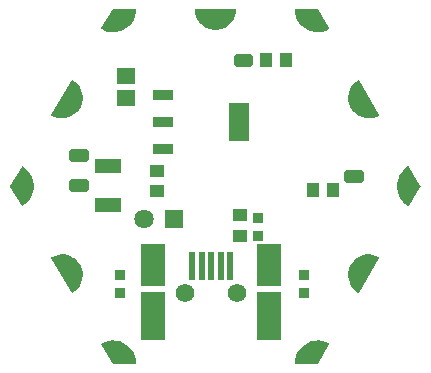
<source format=gbr>
G04 EAGLE Gerber RS-274X export*
G75*
%MOMM*%
%FSLAX34Y34*%
%LPD*%
%INSoldermask Top*%
%IPPOS*%
%AMOC8*
5,1,8,0,0,1.08239X$1,22.5*%
G01*
%ADD10R,0.901600X0.901600*%
%ADD11R,1.101600X1.201600*%
%ADD12R,1.201600X1.101600*%
%ADD13C,0.605878*%
%ADD14C,1.101600*%
%ADD15R,0.601600X2.351600*%
%ADD16C,1.559600*%
%ADD17R,2.151600X4.101600*%
%ADD18R,2.151600X3.601600*%
%ADD19R,1.601600X1.401600*%
%ADD20R,2.301600X1.201600*%
%ADD21R,1.631600X1.631600*%
%ADD22C,1.631600*%
%ADD23R,1.701800X0.939800*%
%ADD24R,1.701800X3.200400*%

G36*
X347640Y478768D02*
X347640Y478768D01*
X347688Y478768D01*
X350457Y479230D01*
X350490Y479242D01*
X350537Y479250D01*
X353193Y480162D01*
X353223Y480179D01*
X353268Y480195D01*
X355738Y481531D01*
X355764Y481553D01*
X355807Y481576D01*
X358022Y483301D01*
X358045Y483327D01*
X358083Y483357D01*
X359985Y485422D01*
X360003Y485452D01*
X360035Y485487D01*
X361571Y487838D01*
X361584Y487870D01*
X361610Y487910D01*
X362738Y490482D01*
X362745Y490515D01*
X362765Y490560D01*
X363454Y493281D01*
X363456Y493316D01*
X363468Y493363D01*
X363700Y496161D01*
X363696Y496190D01*
X363701Y496219D01*
X363685Y496288D01*
X363676Y496358D01*
X363662Y496384D01*
X363655Y496412D01*
X363613Y496469D01*
X363578Y496531D01*
X363554Y496549D01*
X363537Y496572D01*
X363476Y496608D01*
X363419Y496651D01*
X363391Y496659D01*
X363366Y496674D01*
X363268Y496690D01*
X363227Y496701D01*
X363216Y496699D01*
X363202Y496701D01*
X329202Y496701D01*
X329173Y496695D01*
X329144Y496698D01*
X329077Y496676D01*
X329007Y496662D01*
X328983Y496645D01*
X328955Y496636D01*
X328902Y496589D01*
X328843Y496549D01*
X328828Y496525D01*
X328806Y496505D01*
X328774Y496441D01*
X328736Y496382D01*
X328731Y496353D01*
X328719Y496327D01*
X328710Y496227D01*
X328703Y496185D01*
X328706Y496175D01*
X328704Y496161D01*
X328936Y493363D01*
X328946Y493329D01*
X328950Y493281D01*
X329639Y490560D01*
X329654Y490528D01*
X329666Y490482D01*
X330794Y487910D01*
X330814Y487882D01*
X330833Y487838D01*
X332369Y485487D01*
X332393Y485463D01*
X332419Y485422D01*
X334321Y483357D01*
X334349Y483336D01*
X334382Y483301D01*
X336597Y481576D01*
X336628Y481561D01*
X336666Y481531D01*
X339136Y480195D01*
X339169Y480185D01*
X339211Y480162D01*
X341867Y479250D01*
X341901Y479246D01*
X341947Y479230D01*
X344716Y478768D01*
X344751Y478769D01*
X344798Y478761D01*
X347606Y478761D01*
X347640Y478768D01*
G37*
G36*
X224809Y256012D02*
X224809Y256012D01*
X224880Y256009D01*
X224907Y256019D01*
X224936Y256021D01*
X225026Y256063D01*
X225066Y256078D01*
X225074Y256086D01*
X225087Y256092D01*
X227390Y257691D01*
X227414Y257717D01*
X227454Y257744D01*
X229463Y259701D01*
X229482Y259730D01*
X229517Y259763D01*
X231176Y262024D01*
X231191Y262055D01*
X231220Y262094D01*
X232484Y264597D01*
X232493Y264631D01*
X232515Y264674D01*
X233351Y267351D01*
X233354Y267385D01*
X233369Y267431D01*
X233752Y270210D01*
X233750Y270244D01*
X233756Y270292D01*
X233677Y273095D01*
X233669Y273129D01*
X233668Y273177D01*
X233129Y275929D01*
X233115Y275961D01*
X233106Y276009D01*
X232121Y278634D01*
X232106Y278659D01*
X232101Y278679D01*
X232093Y278690D01*
X232086Y278709D01*
X230682Y281137D01*
X230659Y281163D01*
X230635Y281205D01*
X228851Y283368D01*
X228824Y283390D01*
X228793Y283427D01*
X226677Y285268D01*
X226647Y285285D01*
X226611Y285317D01*
X224220Y286784D01*
X224188Y286795D01*
X224147Y286821D01*
X221548Y287874D01*
X221514Y287881D01*
X221469Y287899D01*
X218732Y288510D01*
X218697Y288511D01*
X218650Y288522D01*
X215850Y288674D01*
X215816Y288669D01*
X215768Y288672D01*
X212980Y288362D01*
X212947Y288351D01*
X212899Y288346D01*
X210201Y287581D01*
X210171Y287565D01*
X210124Y287552D01*
X207589Y286353D01*
X207565Y286336D01*
X207538Y286326D01*
X207486Y286277D01*
X207429Y286234D01*
X207415Y286209D01*
X207394Y286189D01*
X207365Y286124D01*
X207329Y286063D01*
X207326Y286034D01*
X207314Y286007D01*
X207313Y285936D01*
X207304Y285865D01*
X207312Y285837D01*
X207312Y285808D01*
X207346Y285715D01*
X207358Y285674D01*
X207365Y285665D01*
X207370Y285652D01*
X224370Y256252D01*
X224389Y256230D01*
X224402Y256204D01*
X224455Y256156D01*
X224502Y256103D01*
X224528Y256091D01*
X224550Y256071D01*
X224617Y256048D01*
X224681Y256018D01*
X224710Y256016D01*
X224738Y256007D01*
X224809Y256012D01*
G37*
G36*
X476588Y403735D02*
X476588Y403735D01*
X476636Y403732D01*
X479424Y404042D01*
X479457Y404053D01*
X479505Y404058D01*
X482203Y404823D01*
X482233Y404839D01*
X482280Y404852D01*
X484815Y406051D01*
X484839Y406068D01*
X484866Y406078D01*
X484918Y406127D01*
X484975Y406170D01*
X484989Y406195D01*
X485011Y406215D01*
X485039Y406280D01*
X485075Y406342D01*
X485078Y406370D01*
X485090Y406397D01*
X485091Y406468D01*
X485100Y406539D01*
X485092Y406567D01*
X485092Y406596D01*
X485058Y406689D01*
X485046Y406730D01*
X485039Y406739D01*
X485034Y406752D01*
X468034Y436152D01*
X468015Y436174D01*
X468002Y436200D01*
X467949Y436248D01*
X467902Y436301D01*
X467876Y436313D01*
X467854Y436333D01*
X467787Y436356D01*
X467723Y436386D01*
X467694Y436388D01*
X467666Y436397D01*
X467595Y436392D01*
X467524Y436395D01*
X467497Y436385D01*
X467468Y436383D01*
X467378Y436341D01*
X467338Y436326D01*
X467330Y436318D01*
X467317Y436312D01*
X465014Y434713D01*
X464990Y434688D01*
X464950Y434660D01*
X462941Y432703D01*
X462922Y432674D01*
X462887Y432641D01*
X461228Y430380D01*
X461213Y430349D01*
X461184Y430310D01*
X459920Y427807D01*
X459911Y427773D01*
X459889Y427730D01*
X459053Y425053D01*
X459050Y425019D01*
X459035Y424973D01*
X458652Y422194D01*
X458654Y422160D01*
X458648Y422112D01*
X458727Y419309D01*
X458735Y419275D01*
X458736Y419227D01*
X459275Y416475D01*
X459289Y416443D01*
X459298Y416395D01*
X460283Y413770D01*
X460301Y413740D01*
X460318Y413695D01*
X461722Y411267D01*
X461745Y411241D01*
X461769Y411200D01*
X463553Y409036D01*
X463580Y409014D01*
X463611Y408977D01*
X465727Y407136D01*
X465757Y407119D01*
X465793Y407088D01*
X468184Y405620D01*
X468216Y405609D01*
X468257Y405583D01*
X470856Y404530D01*
X470890Y404523D01*
X470935Y404505D01*
X473672Y403894D01*
X473707Y403893D01*
X473754Y403882D01*
X476554Y403730D01*
X476588Y403735D01*
G37*
G36*
X467628Y256013D02*
X467628Y256013D01*
X467699Y256012D01*
X467726Y256023D01*
X467755Y256027D01*
X467817Y256061D01*
X467882Y256089D01*
X467903Y256110D01*
X467928Y256124D01*
X467991Y256200D01*
X468021Y256231D01*
X468025Y256241D01*
X468034Y256252D01*
X485034Y285652D01*
X485043Y285680D01*
X485060Y285704D01*
X485075Y285773D01*
X485097Y285841D01*
X485095Y285870D01*
X485101Y285898D01*
X485088Y285968D01*
X485082Y286039D01*
X485069Y286065D01*
X485063Y286093D01*
X485023Y286152D01*
X484991Y286215D01*
X484968Y286234D01*
X484952Y286258D01*
X484870Y286315D01*
X484837Y286342D01*
X484827Y286345D01*
X484815Y286353D01*
X482280Y287552D01*
X482246Y287560D01*
X482203Y287581D01*
X479505Y288346D01*
X479470Y288348D01*
X479424Y288362D01*
X476636Y288672D01*
X476602Y288669D01*
X476554Y288674D01*
X473754Y288522D01*
X473720Y288513D01*
X473672Y288510D01*
X470935Y287899D01*
X470903Y287885D01*
X470856Y287874D01*
X468257Y286821D01*
X468228Y286802D01*
X468184Y286784D01*
X465793Y285317D01*
X465768Y285293D01*
X465727Y285268D01*
X463611Y283427D01*
X463590Y283400D01*
X463553Y283368D01*
X461769Y281205D01*
X461753Y281174D01*
X461722Y281137D01*
X460318Y278709D01*
X460307Y278676D01*
X460300Y278663D01*
X460290Y278649D01*
X460290Y278646D01*
X460283Y278634D01*
X459298Y276009D01*
X459292Y275974D01*
X459275Y275929D01*
X458736Y273177D01*
X458736Y273143D01*
X458727Y273095D01*
X458648Y270292D01*
X458654Y270258D01*
X458652Y270210D01*
X459035Y267431D01*
X459047Y267399D01*
X459053Y267351D01*
X459889Y264674D01*
X459906Y264643D01*
X459920Y264597D01*
X461184Y262094D01*
X461206Y262067D01*
X461228Y262024D01*
X462887Y259763D01*
X462913Y259740D01*
X462941Y259701D01*
X464950Y257744D01*
X464979Y257725D01*
X465014Y257691D01*
X467317Y256092D01*
X467344Y256080D01*
X467367Y256062D01*
X467435Y256041D01*
X467500Y256013D01*
X467529Y256013D01*
X467557Y256005D01*
X467628Y256013D01*
G37*
G36*
X218650Y403882D02*
X218650Y403882D01*
X218684Y403891D01*
X218732Y403894D01*
X221469Y404505D01*
X221501Y404519D01*
X221548Y404530D01*
X224147Y405583D01*
X224176Y405602D01*
X224220Y405620D01*
X226611Y407088D01*
X226636Y407111D01*
X226677Y407136D01*
X228793Y408977D01*
X228814Y409004D01*
X228851Y409036D01*
X230635Y411200D01*
X230651Y411230D01*
X230682Y411267D01*
X232086Y413695D01*
X232097Y413728D01*
X232121Y413770D01*
X233106Y416395D01*
X233112Y416430D01*
X233129Y416475D01*
X233668Y419227D01*
X233668Y419262D01*
X233677Y419309D01*
X233756Y422112D01*
X233751Y422146D01*
X233752Y422194D01*
X233369Y424973D01*
X233357Y425005D01*
X233351Y425053D01*
X232515Y427730D01*
X232498Y427761D01*
X232484Y427807D01*
X231220Y430310D01*
X231198Y430337D01*
X231176Y430380D01*
X229517Y432641D01*
X229491Y432664D01*
X229463Y432703D01*
X227454Y434660D01*
X227425Y434679D01*
X227390Y434713D01*
X225087Y436312D01*
X225060Y436324D01*
X225037Y436342D01*
X224969Y436363D01*
X224904Y436391D01*
X224875Y436391D01*
X224847Y436399D01*
X224776Y436391D01*
X224705Y436392D01*
X224678Y436381D01*
X224649Y436377D01*
X224587Y436343D01*
X224522Y436315D01*
X224501Y436294D01*
X224476Y436280D01*
X224413Y436204D01*
X224383Y436173D01*
X224379Y436163D01*
X224370Y436152D01*
X207370Y406752D01*
X207361Y406724D01*
X207344Y406700D01*
X207329Y406631D01*
X207307Y406563D01*
X207309Y406534D01*
X207303Y406506D01*
X207316Y406436D01*
X207322Y406365D01*
X207335Y406339D01*
X207341Y406311D01*
X207381Y406252D01*
X207413Y406189D01*
X207436Y406170D01*
X207452Y406146D01*
X207534Y406089D01*
X207567Y406062D01*
X207577Y406059D01*
X207589Y406051D01*
X210124Y404852D01*
X210158Y404844D01*
X210201Y404823D01*
X212899Y404058D01*
X212934Y404056D01*
X212980Y404042D01*
X215768Y403732D01*
X215802Y403735D01*
X215850Y403730D01*
X218650Y403882D01*
G37*
G36*
X509929Y329213D02*
X509929Y329213D01*
X510000Y329213D01*
X510027Y329224D01*
X510056Y329227D01*
X510118Y329262D01*
X510183Y329290D01*
X510204Y329310D01*
X510229Y329325D01*
X510292Y329402D01*
X510322Y329432D01*
X510326Y329442D01*
X510335Y329453D01*
X519835Y345953D01*
X519845Y345985D01*
X519854Y345998D01*
X519858Y346022D01*
X519859Y346026D01*
X519890Y346096D01*
X519890Y346120D01*
X519898Y346142D01*
X519892Y346218D01*
X519893Y346295D01*
X519883Y346319D01*
X519882Y346340D01*
X519861Y346379D01*
X519835Y346451D01*
X510335Y362951D01*
X510316Y362973D01*
X510303Y362999D01*
X510250Y363047D01*
X510203Y363100D01*
X510177Y363113D01*
X510156Y363132D01*
X510088Y363155D01*
X510024Y363186D01*
X509995Y363188D01*
X509968Y363197D01*
X509896Y363192D01*
X509825Y363195D01*
X509798Y363185D01*
X509769Y363183D01*
X509679Y363141D01*
X509639Y363126D01*
X509631Y363119D01*
X509618Y363113D01*
X507095Y361371D01*
X507071Y361347D01*
X507033Y361320D01*
X504821Y359196D01*
X504802Y359168D01*
X504768Y359136D01*
X502926Y356685D01*
X502912Y356654D01*
X502883Y356617D01*
X501458Y353902D01*
X501449Y353871D01*
X501433Y353846D01*
X501432Y353838D01*
X501427Y353828D01*
X500456Y350920D01*
X500452Y350886D01*
X500437Y350842D01*
X499945Y347815D01*
X499946Y347781D01*
X499938Y347735D01*
X499938Y344669D01*
X499939Y344665D01*
X499939Y344663D01*
X499945Y344636D01*
X499945Y344589D01*
X500437Y341562D01*
X500449Y341531D01*
X500456Y341484D01*
X501427Y338576D01*
X501444Y338547D01*
X501458Y338502D01*
X502883Y335787D01*
X502905Y335761D01*
X502926Y335719D01*
X504768Y333268D01*
X504793Y333245D01*
X504821Y333208D01*
X507033Y331084D01*
X507061Y331066D01*
X507095Y331033D01*
X509618Y329291D01*
X509645Y329280D01*
X509667Y329261D01*
X509736Y329241D01*
X509801Y329213D01*
X509830Y329213D01*
X509858Y329205D01*
X509929Y329213D01*
G37*
G36*
X182508Y329212D02*
X182508Y329212D01*
X182579Y329209D01*
X182606Y329219D01*
X182635Y329221D01*
X182725Y329263D01*
X182765Y329278D01*
X182773Y329285D01*
X182786Y329291D01*
X185309Y331033D01*
X185333Y331057D01*
X185371Y331084D01*
X187583Y333208D01*
X187602Y333236D01*
X187636Y333268D01*
X189478Y335719D01*
X189492Y335750D01*
X189521Y335787D01*
X190946Y338502D01*
X190955Y338535D01*
X190977Y338576D01*
X191948Y341484D01*
X191952Y341518D01*
X191967Y341562D01*
X192459Y344589D01*
X192458Y344623D01*
X192466Y344669D01*
X192466Y347735D01*
X192459Y347768D01*
X192459Y347815D01*
X191967Y350842D01*
X191955Y350873D01*
X191948Y350920D01*
X190977Y353828D01*
X190964Y353851D01*
X190958Y353876D01*
X190951Y353885D01*
X190946Y353902D01*
X189521Y356617D01*
X189499Y356643D01*
X189478Y356685D01*
X187636Y359136D01*
X187611Y359159D01*
X187583Y359196D01*
X185371Y361320D01*
X185343Y361338D01*
X185309Y361371D01*
X182786Y363113D01*
X182759Y363124D01*
X182737Y363143D01*
X182668Y363163D01*
X182603Y363191D01*
X182574Y363191D01*
X182546Y363199D01*
X182475Y363191D01*
X182404Y363192D01*
X182377Y363180D01*
X182348Y363177D01*
X182286Y363142D01*
X182221Y363114D01*
X182200Y363094D01*
X182175Y363079D01*
X182112Y363002D01*
X182082Y362972D01*
X182078Y362962D01*
X182069Y362951D01*
X172569Y346451D01*
X172545Y346378D01*
X172514Y346308D01*
X172514Y346284D01*
X172506Y346262D01*
X172513Y346186D01*
X172512Y346109D01*
X172521Y346085D01*
X172522Y346064D01*
X172543Y346025D01*
X172562Y345973D01*
X172563Y345967D01*
X172565Y345965D01*
X172569Y345953D01*
X182069Y329453D01*
X182088Y329431D01*
X182101Y329405D01*
X182154Y329357D01*
X182201Y329304D01*
X182227Y329291D01*
X182249Y329272D01*
X182316Y329249D01*
X182380Y329218D01*
X182409Y329217D01*
X182436Y329207D01*
X182508Y329212D01*
G37*
G36*
X432878Y195718D02*
X432878Y195718D01*
X432956Y195727D01*
X432975Y195738D01*
X432997Y195742D01*
X433061Y195786D01*
X433129Y195825D01*
X433145Y195844D01*
X433161Y195855D01*
X433185Y195893D01*
X433235Y195953D01*
X442735Y212453D01*
X442744Y212480D01*
X442760Y212504D01*
X442775Y212574D01*
X442798Y212642D01*
X442795Y212670D01*
X442801Y212698D01*
X442788Y212769D01*
X442782Y212840D01*
X442769Y212865D01*
X442763Y212893D01*
X442723Y212953D01*
X442690Y213016D01*
X442668Y213034D01*
X442652Y213058D01*
X442569Y213116D01*
X442537Y213143D01*
X442526Y213146D01*
X442516Y213153D01*
X439750Y214462D01*
X439717Y214470D01*
X439674Y214490D01*
X436734Y215338D01*
X436700Y215341D01*
X436656Y215354D01*
X433618Y215719D01*
X433584Y215716D01*
X433537Y215722D01*
X430480Y215595D01*
X430447Y215587D01*
X430400Y215586D01*
X427403Y214970D01*
X427372Y214957D01*
X427326Y214948D01*
X424466Y213859D01*
X424438Y213841D01*
X424394Y213825D01*
X421746Y212291D01*
X421720Y212269D01*
X421680Y212246D01*
X419312Y210308D01*
X419290Y210281D01*
X419254Y210252D01*
X417227Y207959D01*
X417211Y207930D01*
X417179Y207895D01*
X415547Y205307D01*
X415535Y205275D01*
X415510Y205236D01*
X414314Y202419D01*
X414307Y202386D01*
X414304Y202379D01*
X414300Y202373D01*
X414299Y202367D01*
X414288Y202343D01*
X413560Y199371D01*
X413558Y199337D01*
X413547Y199292D01*
X413304Y196242D01*
X413308Y196213D01*
X413303Y196185D01*
X413320Y196116D01*
X413328Y196044D01*
X413343Y196020D01*
X413349Y195992D01*
X413392Y195934D01*
X413428Y195872D01*
X413450Y195855D01*
X413467Y195832D01*
X413529Y195795D01*
X413586Y195752D01*
X413614Y195745D01*
X413638Y195730D01*
X413738Y195714D01*
X413779Y195703D01*
X413789Y195705D01*
X413802Y195703D01*
X432802Y195703D01*
X432878Y195718D01*
G37*
G36*
X433571Y476687D02*
X433571Y476687D01*
X433618Y476685D01*
X436656Y477050D01*
X436688Y477061D01*
X436734Y477066D01*
X439674Y477914D01*
X439704Y477930D01*
X439750Y477942D01*
X442516Y479251D01*
X442538Y479268D01*
X442565Y479278D01*
X442617Y479327D01*
X442675Y479370D01*
X442689Y479395D01*
X442710Y479414D01*
X442739Y479480D01*
X442775Y479542D01*
X442778Y479570D01*
X442790Y479596D01*
X442791Y479668D01*
X442800Y479739D01*
X442792Y479766D01*
X442793Y479795D01*
X442757Y479890D01*
X442746Y479930D01*
X442739Y479939D01*
X442735Y479951D01*
X433235Y496451D01*
X433183Y496510D01*
X433137Y496572D01*
X433118Y496583D01*
X433103Y496600D01*
X433033Y496634D01*
X432966Y496674D01*
X432942Y496678D01*
X432924Y496686D01*
X432879Y496688D01*
X432802Y496701D01*
X413802Y496701D01*
X413774Y496696D01*
X413746Y496698D01*
X413678Y496676D01*
X413607Y496662D01*
X413584Y496646D01*
X413557Y496637D01*
X413502Y496590D01*
X413443Y496549D01*
X413428Y496525D01*
X413407Y496507D01*
X413375Y496442D01*
X413336Y496382D01*
X413331Y496354D01*
X413319Y496328D01*
X413310Y496227D01*
X413303Y496185D01*
X413305Y496175D01*
X413304Y496162D01*
X413547Y493112D01*
X413556Y493080D01*
X413560Y493033D01*
X414288Y490061D01*
X414303Y490030D01*
X414314Y489985D01*
X415510Y487168D01*
X415529Y487140D01*
X415547Y487097D01*
X417179Y484509D01*
X417203Y484485D01*
X417227Y484445D01*
X419254Y482152D01*
X419281Y482132D01*
X419312Y482096D01*
X421680Y480158D01*
X421710Y480142D01*
X421746Y480113D01*
X424394Y478580D01*
X424426Y478569D01*
X424466Y478545D01*
X427326Y477457D01*
X427359Y477451D01*
X427403Y477434D01*
X430400Y476818D01*
X430434Y476818D01*
X430480Y476809D01*
X433537Y476682D01*
X433571Y476687D01*
G37*
G36*
X278630Y195708D02*
X278630Y195708D01*
X278658Y195706D01*
X278726Y195728D01*
X278797Y195742D01*
X278820Y195758D01*
X278847Y195767D01*
X278902Y195814D01*
X278961Y195855D01*
X278976Y195879D01*
X278998Y195897D01*
X279029Y195962D01*
X279068Y196022D01*
X279073Y196050D01*
X279085Y196076D01*
X279094Y196177D01*
X279101Y196219D01*
X279099Y196229D01*
X279100Y196242D01*
X278857Y199292D01*
X278848Y199324D01*
X278844Y199371D01*
X278116Y202343D01*
X278101Y202374D01*
X278090Y202419D01*
X276894Y205236D01*
X276875Y205264D01*
X276857Y205307D01*
X275225Y207895D01*
X275201Y207919D01*
X275177Y207959D01*
X273150Y210252D01*
X273123Y210272D01*
X273092Y210308D01*
X270725Y212246D01*
X270694Y212262D01*
X270658Y212291D01*
X268010Y213825D01*
X267978Y213835D01*
X267938Y213859D01*
X265078Y214948D01*
X265045Y214953D01*
X265001Y214970D01*
X262004Y215586D01*
X261970Y215586D01*
X261924Y215595D01*
X258867Y215722D01*
X258833Y215717D01*
X258786Y215719D01*
X255748Y215354D01*
X255716Y215343D01*
X255670Y215338D01*
X252730Y214490D01*
X252700Y214474D01*
X252655Y214462D01*
X249889Y213153D01*
X249866Y213136D01*
X249839Y213126D01*
X249787Y213077D01*
X249729Y213034D01*
X249715Y213009D01*
X249694Y212990D01*
X249665Y212924D01*
X249629Y212862D01*
X249626Y212834D01*
X249614Y212808D01*
X249613Y212736D01*
X249604Y212665D01*
X249612Y212638D01*
X249612Y212609D01*
X249647Y212514D01*
X249658Y212474D01*
X249665Y212465D01*
X249669Y212453D01*
X259169Y195953D01*
X259221Y195895D01*
X259267Y195832D01*
X259286Y195821D01*
X259301Y195804D01*
X259371Y195770D01*
X259438Y195730D01*
X259463Y195726D01*
X259480Y195718D01*
X259525Y195716D01*
X259602Y195703D01*
X278602Y195703D01*
X278630Y195708D01*
G37*
G36*
X261924Y476809D02*
X261924Y476809D01*
X261957Y476817D01*
X262004Y476818D01*
X265001Y477434D01*
X265032Y477447D01*
X265078Y477457D01*
X267938Y478545D01*
X267967Y478563D01*
X268010Y478580D01*
X270658Y480113D01*
X270684Y480135D01*
X270725Y480158D01*
X273092Y482096D01*
X273114Y482123D01*
X273150Y482152D01*
X275177Y484445D01*
X275194Y484474D01*
X275225Y484509D01*
X276857Y487097D01*
X276869Y487129D01*
X276894Y487168D01*
X278090Y489985D01*
X278097Y490018D01*
X278116Y490061D01*
X278844Y493033D01*
X278846Y493067D01*
X278857Y493112D01*
X279100Y496162D01*
X279096Y496191D01*
X279101Y496219D01*
X279084Y496288D01*
X279076Y496360D01*
X279062Y496384D01*
X279055Y496412D01*
X279012Y496470D01*
X278977Y496532D01*
X278954Y496549D01*
X278937Y496572D01*
X278875Y496609D01*
X278818Y496652D01*
X278790Y496659D01*
X278766Y496674D01*
X278666Y496690D01*
X278625Y496701D01*
X278615Y496699D01*
X278602Y496701D01*
X259602Y496701D01*
X259526Y496686D01*
X259448Y496677D01*
X259429Y496666D01*
X259407Y496662D01*
X259343Y496618D01*
X259275Y496579D01*
X259259Y496560D01*
X259243Y496549D01*
X259219Y496511D01*
X259169Y496451D01*
X249669Y479951D01*
X249660Y479924D01*
X249644Y479900D01*
X249629Y479830D01*
X249606Y479762D01*
X249609Y479734D01*
X249603Y479706D01*
X249617Y479636D01*
X249622Y479564D01*
X249635Y479539D01*
X249641Y479511D01*
X249681Y479451D01*
X249714Y479388D01*
X249736Y479370D01*
X249752Y479346D01*
X249835Y479288D01*
X249867Y479261D01*
X249878Y479258D01*
X249889Y479251D01*
X252655Y477942D01*
X252688Y477934D01*
X252730Y477914D01*
X255670Y477066D01*
X255704Y477063D01*
X255748Y477050D01*
X258786Y476685D01*
X258820Y476688D01*
X258867Y476682D01*
X261924Y476809D01*
G37*
D10*
X382080Y304557D03*
X382080Y319557D03*
D11*
X428630Y342788D03*
X445630Y342788D03*
D12*
X367082Y304540D03*
X367082Y321540D03*
D11*
X406335Y453510D03*
X389335Y453510D03*
D13*
X235857Y349938D02*
X224899Y349938D01*
X235857Y349938D02*
X235857Y344980D01*
X224899Y344980D01*
X224899Y349938D01*
X224899Y370418D02*
X235857Y370418D01*
X224899Y370418D02*
X224899Y375376D01*
X235857Y375376D01*
X235857Y370418D01*
X364091Y451038D02*
X375049Y451038D01*
X364091Y451038D02*
X364091Y455996D01*
X375049Y455996D01*
X375049Y451038D01*
X457848Y352816D02*
X468806Y352816D01*
X457848Y352816D02*
X457848Y357774D01*
X468806Y357774D01*
X468806Y352816D01*
D14*
X428802Y489302D03*
X511402Y346202D03*
X428802Y203102D03*
X263602Y203102D03*
X181002Y346202D03*
X263602Y489302D03*
X470102Y417702D03*
X470102Y274702D03*
X222302Y274702D03*
X222302Y417702D03*
X346202Y489302D03*
D15*
X326646Y279100D03*
X334646Y279100D03*
X342646Y279100D03*
X350646Y279100D03*
X358646Y279100D03*
D16*
X320646Y255850D03*
X364646Y255850D03*
D17*
X391896Y236850D03*
D18*
X391896Y279350D03*
X293396Y279350D03*
D17*
X293396Y236850D03*
D12*
X297053Y359528D03*
X297053Y342528D03*
D19*
X270764Y420903D03*
X270764Y439903D03*
D20*
X255016Y330337D03*
X255016Y363337D03*
D10*
X421513Y256279D03*
X421513Y271279D03*
X265811Y255898D03*
X265811Y270898D03*
D21*
X310769Y318770D03*
D22*
X285369Y318770D03*
D23*
X302133Y423799D03*
X302133Y400685D03*
X302133Y377571D03*
D24*
X366141Y400685D03*
M02*

</source>
